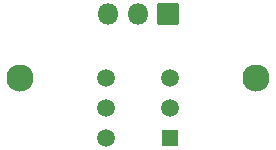
<source format=gbr>
%TF.GenerationSoftware,KiCad,Pcbnew,(6.0.7-1)-1*%
%TF.CreationDate,2022-09-12T14:25:55+08:00*%
%TF.ProjectId,0101-PUSH,30313031-2d50-4555-9348-2e6b69636164,V1.0*%
%TF.SameCoordinates,Original*%
%TF.FileFunction,Soldermask,Bot*%
%TF.FilePolarity,Negative*%
%FSLAX46Y46*%
G04 Gerber Fmt 4.6, Leading zero omitted, Abs format (unit mm)*
G04 Created by KiCad (PCBNEW (6.0.7-1)-1) date 2022-09-12 14:25:55*
%MOMM*%
%LPD*%
G01*
G04 APERTURE LIST*
G04 Aperture macros list*
%AMRoundRect*
0 Rectangle with rounded corners*
0 $1 Rounding radius*
0 $2 $3 $4 $5 $6 $7 $8 $9 X,Y pos of 4 corners*
0 Add a 4 corners polygon primitive as box body*
4,1,4,$2,$3,$4,$5,$6,$7,$8,$9,$2,$3,0*
0 Add four circle primitives for the rounded corners*
1,1,$1+$1,$2,$3*
1,1,$1+$1,$4,$5*
1,1,$1+$1,$6,$7*
1,1,$1+$1,$8,$9*
0 Add four rect primitives between the rounded corners*
20,1,$1+$1,$2,$3,$4,$5,0*
20,1,$1+$1,$4,$5,$6,$7,0*
20,1,$1+$1,$6,$7,$8,$9,0*
20,1,$1+$1,$8,$9,$2,$3,0*%
G04 Aperture macros list end*
%ADD10C,2.300000*%
%ADD11RoundRect,0.050000X-0.850000X0.850000X-0.850000X-0.850000X0.850000X-0.850000X0.850000X0.850000X0*%
%ADD12O,1.800000X1.800000*%
%ADD13RoundRect,0.050000X0.650000X0.650000X-0.650000X0.650000X-0.650000X-0.650000X0.650000X-0.650000X0*%
%ADD14C,1.500000*%
G04 APERTURE END LIST*
D10*
%TO.C,H1*%
X22300000Y9800000D03*
%TD*%
%TO.C,H2*%
X2300000Y9800000D03*
%TD*%
D11*
%TO.C,J1*%
X14840000Y15300000D03*
D12*
X12300000Y15300000D03*
X9760000Y15300000D03*
%TD*%
D13*
%TO.C,SW1*%
X15000000Y4800000D03*
D14*
X15000000Y7300000D03*
X15000000Y9800000D03*
X9600000Y4800000D03*
X9600000Y7300000D03*
X9600000Y9800000D03*
%TD*%
M02*

</source>
